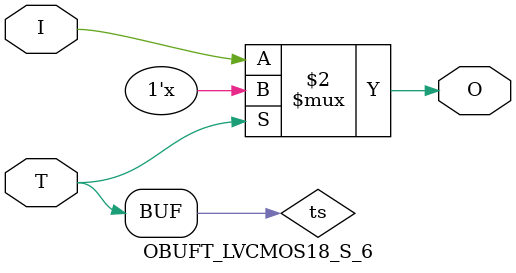
<source format=v>

/*

FUNCTION	: TRI-STATE OUTPUT BUFFER

*/

`celldefine
`timescale  100 ps / 10 ps

module OBUFT_LVCMOS18_S_6 (O, I, T);

    output O;

    input  I, T;

    or O1 (ts, 1'b0, T);
    bufif0 T1 (O, I, ts);

endmodule

</source>
